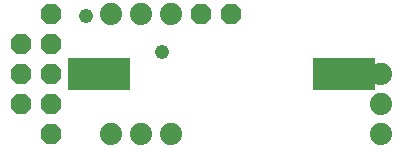
<source format=gbs>
G75*
%MOIN*%
%OFA0B0*%
%FSLAX25Y25*%
%IPPOS*%
%LPD*%
%AMOC8*
5,1,8,0,0,1.08239X$1,22.5*
%
%ADD10C,0.07400*%
%ADD11R,0.20800X0.10800*%
%ADD12OC8,0.06800*%
%ADD13C,0.04800*%
D10*
X0041800Y0011800D03*
X0051800Y0011800D03*
X0061800Y0011800D03*
X0131800Y0011800D03*
X0131800Y0021800D03*
X0131800Y0031800D03*
X0061800Y0051800D03*
X0051800Y0051800D03*
X0041800Y0051800D03*
D11*
X0038099Y0031800D03*
X0119595Y0031800D03*
D12*
X0021800Y0011800D03*
X0021800Y0021800D03*
X0011800Y0021800D03*
X0011800Y0031800D03*
X0021800Y0031800D03*
X0021800Y0041800D03*
X0011800Y0041800D03*
X0021800Y0051800D03*
X0071800Y0051800D03*
X0081800Y0051800D03*
D13*
X0059000Y0039200D03*
X0033700Y0051300D03*
M02*

</source>
